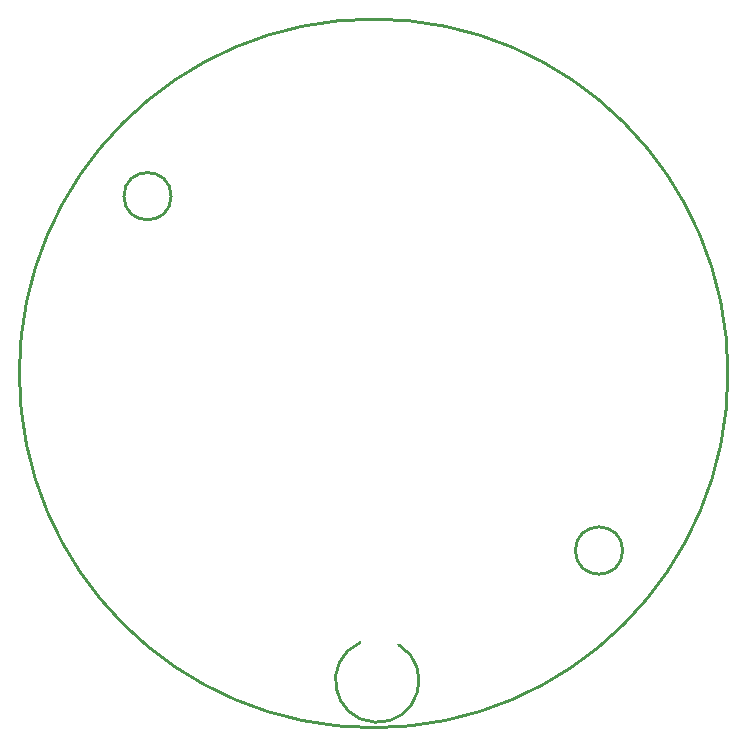
<source format=gko>
%FSLAX25Y25*%
%MOIN*%
G70*
G01*
G75*
G04 Layer_Color=16711935*
%ADD10R,0.03347X0.02756*%
%ADD11O,0.04724X0.00984*%
%ADD12R,0.04724X0.01772*%
%ADD13O,0.04724X0.01772*%
%ADD14O,0.00984X0.04724*%
%ADD15O,0.01772X0.04724*%
%ADD16R,0.03937X0.02362*%
%ADD17R,0.02756X0.03347*%
%ADD18R,0.04724X0.01969*%
%ADD19O,0.03543X0.01969*%
%ADD20O,0.03543X0.01969*%
%ADD21R,0.03543X0.01969*%
%ADD22R,0.02362X0.03937*%
%ADD23O,0.02500X0.05500*%
%ADD24R,0.02500X0.05500*%
%ADD25R,0.07874X0.07874*%
%ADD26C,0.02000*%
%ADD27C,0.06000*%
%ADD28C,0.01000*%
%ADD29C,0.01500*%
%ADD30C,0.00800*%
%ADD31C,0.03000*%
%ADD32C,0.01200*%
%ADD33C,0.05906*%
%ADD34P,0.08352X4X180.0*%
%ADD35R,0.05906X0.05906*%
G04:AMPARAMS|DCode=36|XSize=78.74mil|YSize=118.11mil|CornerRadius=0mil|HoleSize=0mil|Usage=FLASHONLY|Rotation=45.000|XOffset=0mil|YOffset=0mil|HoleType=Round|Shape=Rectangle|*
%AMROTATEDRECTD36*
4,1,4,0.01392,-0.06960,-0.06960,0.01392,-0.01392,0.06960,0.06960,-0.01392,0.01392,-0.06960,0.0*
%
%ADD36ROTATEDRECTD36*%

G04:AMPARAMS|DCode=37|XSize=78.74mil|YSize=118.11mil|CornerRadius=0mil|HoleSize=0mil|Usage=FLASHONLY|Rotation=45.000|XOffset=0mil|YOffset=0mil|HoleType=Round|Shape=Round|*
%AMOVALD37*
21,1,0.03937,0.07874,0.00000,0.00000,135.0*
1,1,0.07874,0.01392,-0.01392*
1,1,0.07874,-0.01392,0.01392*
%
%ADD37OVALD37*%

G04:AMPARAMS|DCode=38|XSize=78.74mil|YSize=118.11mil|CornerRadius=0mil|HoleSize=0mil|Usage=FLASHONLY|Rotation=75.000|XOffset=0mil|YOffset=0mil|HoleType=Round|Shape=Round|*
%AMOVALD38*
21,1,0.03937,0.07874,0.00000,0.00000,165.0*
1,1,0.07874,0.01901,-0.00510*
1,1,0.07874,-0.01901,0.00510*
%
%ADD38OVALD38*%

G04:AMPARAMS|DCode=39|XSize=78.74mil|YSize=118.11mil|CornerRadius=0mil|HoleSize=0mil|Usage=FLASHONLY|Rotation=75.000|XOffset=0mil|YOffset=0mil|HoleType=Round|Shape=Rectangle|*
%AMROTATEDRECTD39*
4,1,4,0.04685,-0.05331,-0.06723,-0.02274,-0.04685,0.05331,0.06723,0.02274,0.04685,-0.05331,0.0*
%
%ADD39ROTATEDRECTD39*%

%ADD40P,0.08352X4X200.0*%
%ADD41R,0.05906X0.05906*%
%ADD42C,0.02000*%
%ADD43C,0.03000*%
%ADD44C,0.04000*%
%ADD45C,0.05000*%
%ADD46C,0.27559*%
%ADD47C,0.00500*%
%ADD48C,0.00787*%
%ADD49C,0.00984*%
%ADD50C,0.02362*%
%ADD51R,0.04147X0.03556*%
%ADD52O,0.05524X0.01784*%
%ADD53R,0.05524X0.02572*%
%ADD54O,0.05524X0.02572*%
%ADD55O,0.01784X0.05524*%
%ADD56O,0.02572X0.05524*%
%ADD57R,0.04737X0.03162*%
%ADD58R,0.03556X0.04147*%
%ADD59R,0.05524X0.02769*%
%ADD60O,0.04343X0.02769*%
%ADD61O,0.04343X0.02769*%
%ADD62R,0.04343X0.02769*%
%ADD63R,0.03162X0.04737*%
%ADD64O,0.03300X0.06300*%
%ADD65R,0.03300X0.06300*%
%ADD66R,0.08674X0.08674*%
%ADD67C,0.06706*%
%ADD68P,0.09483X4X180.0*%
%ADD69R,0.06706X0.06706*%
G04:AMPARAMS|DCode=70|XSize=86.74mil|YSize=126.11mil|CornerRadius=0mil|HoleSize=0mil|Usage=FLASHONLY|Rotation=45.000|XOffset=0mil|YOffset=0mil|HoleType=Round|Shape=Rectangle|*
%AMROTATEDRECTD70*
4,1,4,0.01392,-0.07525,-0.07525,0.01392,-0.01392,0.07525,0.07525,-0.01392,0.01392,-0.07525,0.0*
%
%ADD70ROTATEDRECTD70*%

G04:AMPARAMS|DCode=71|XSize=86.74mil|YSize=126.11mil|CornerRadius=0mil|HoleSize=0mil|Usage=FLASHONLY|Rotation=45.000|XOffset=0mil|YOffset=0mil|HoleType=Round|Shape=Round|*
%AMOVALD71*
21,1,0.03937,0.08674,0.00000,0.00000,135.0*
1,1,0.08674,0.01392,-0.01392*
1,1,0.08674,-0.01392,0.01392*
%
%ADD71OVALD71*%

G04:AMPARAMS|DCode=72|XSize=86.74mil|YSize=126.11mil|CornerRadius=0mil|HoleSize=0mil|Usage=FLASHONLY|Rotation=75.000|XOffset=0mil|YOffset=0mil|HoleType=Round|Shape=Round|*
%AMOVALD72*
21,1,0.03937,0.08674,0.00000,0.00000,165.0*
1,1,0.08674,0.01901,-0.00510*
1,1,0.08674,-0.01901,0.00510*
%
%ADD72OVALD72*%

G04:AMPARAMS|DCode=73|XSize=86.74mil|YSize=126.11mil|CornerRadius=0mil|HoleSize=0mil|Usage=FLASHONLY|Rotation=75.000|XOffset=0mil|YOffset=0mil|HoleType=Round|Shape=Rectangle|*
%AMROTATEDRECTD73*
4,1,4,0.04968,-0.05821,-0.07213,-0.02557,-0.04968,0.05821,0.07213,0.02557,0.04968,-0.05821,0.0*
%
%ADD73ROTATEDRECTD73*%

%ADD74P,0.09483X4X200.0*%
%ADD75R,0.06706X0.06706*%
%ADD76C,0.28359*%
D28*
X-4538Y-89738D02*
G03*
X8382Y-90498I5738J-12662D01*
G01*
X118110Y0D02*
G03*
X118110Y0I-118110J0D01*
G01*
X-67500Y59055D02*
G03*
X-67500Y59055I-7874J0D01*
G01*
X83000Y-59055D02*
G03*
X83000Y-59055I-7874J0D01*
G01*
D02*
G03*
X83000Y-59055I-7874J0D01*
G01*
X-67500Y59055D02*
G03*
X-67500Y59055I-7874J0D01*
G01*
X118110Y0D02*
G03*
X118110Y0I-118110J0D01*
G01*
M02*

</source>
